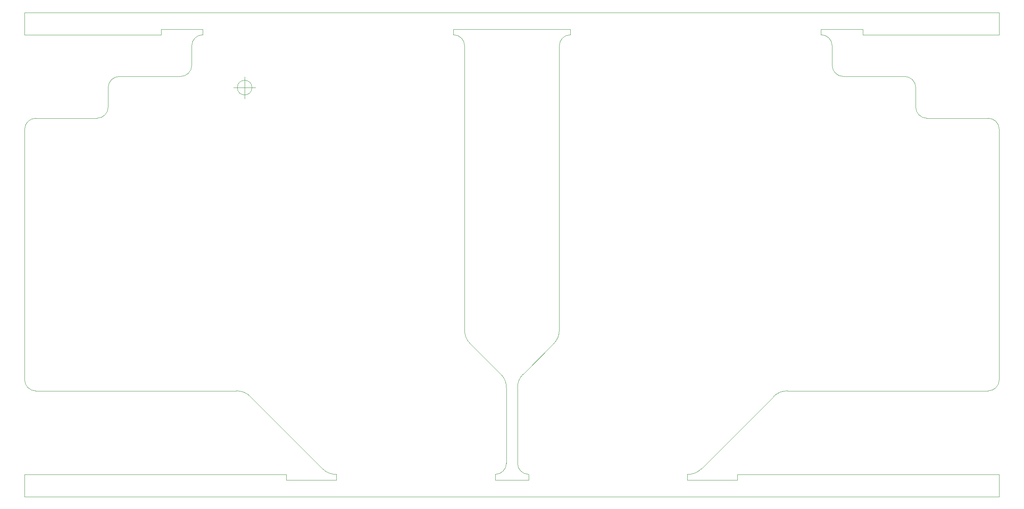
<source format=gm1>
%TF.GenerationSoftware,KiCad,Pcbnew,(6.0.6-1)-1*%
%TF.CreationDate,2022-07-19T11:22:44+08:00*%
%TF.ProjectId,34a,3334612e-6b69-4636-9164-5f7063625858,3.1*%
%TF.SameCoordinates,PX7616b68PY48ab840*%
%TF.FileFunction,Profile,NP*%
%FSLAX46Y46*%
G04 Gerber Fmt 4.6, Leading zero omitted, Abs format (unit mm)*
G04 Created by KiCad (PCBNEW (6.0.6-1)-1) date 2022-07-19 11:22:44*
%MOMM*%
%LPD*%
G01*
G04 APERTURE LIST*
%TA.AperFunction,Profile*%
%ADD10C,0.120000*%
%TD*%
G04 APERTURE END LIST*
D10*
X143510000Y-69215000D02*
X83820000Y-69215000D01*
X21590030Y-36195001D02*
G75*
G03*
X22860000Y-39370000I4175570J-171299D01*
G01*
X83820000Y-70485000D02*
X83820000Y-69215000D01*
X-7620000Y-70485000D02*
X-19050000Y-70485000D01*
X-78740000Y-69215000D02*
X-78740000Y-74295000D01*
X31114970Y-49529999D02*
G75*
G03*
X29845000Y-46355000I-4175570J171299D01*
G01*
X143510000Y36195000D02*
X143510000Y31115000D01*
X95249999Y-50165030D02*
G75*
G03*
X92075000Y-51435000I-171299J-4175570D01*
G01*
X124460000Y14605000D02*
G75*
G03*
X127000000Y12065000I2540000J0D01*
G01*
X140970000Y12065000D02*
X127000000Y12065000D01*
X-78740000Y9525000D02*
X-78740000Y-47625000D01*
X41910021Y-39370022D02*
G75*
G03*
X43180000Y-36195000I-2905621J3003722D01*
G01*
X-38100000Y31115000D02*
X-38100000Y32385000D01*
X140970000Y-50165000D02*
G75*
G03*
X143510000Y-47625000I0J2540000D01*
G01*
X19050000Y32385000D02*
X45720000Y32385000D01*
X143510000Y-47625000D02*
X143510000Y9525000D01*
X-76200000Y12065000D02*
G75*
G03*
X-78740000Y9525000I0J-2540000D01*
G01*
X105410000Y24130000D02*
X105410000Y28575000D01*
X-10795022Y-67945021D02*
G75*
G03*
X-7620000Y-69215000I3003722J2905621D01*
G01*
X143510000Y36195000D02*
X-78740000Y36195000D01*
X-7620000Y-69215000D02*
X-7620000Y-70485000D01*
X-27304978Y-51434979D02*
G75*
G03*
X-30480000Y-50165000I-3003722J-2905621D01*
G01*
X92075000Y-51435000D02*
X75565000Y-67945000D01*
X-47625000Y32385000D02*
X-47625000Y31115000D01*
X-78740000Y31115000D02*
X-78740000Y36195000D01*
X28575000Y-70485000D02*
X36195000Y-70485000D01*
X-62230000Y12065000D02*
G75*
G03*
X-59690000Y14605000I0J2540000D01*
G01*
X-43180000Y21590000D02*
X-57150000Y21590000D01*
X105410000Y28575000D02*
G75*
G03*
X102870000Y31115000I-2540000J0D01*
G01*
X95250000Y-50165000D02*
X140970000Y-50165000D01*
X112395000Y32385000D02*
X102870000Y32385000D01*
X-10795000Y-67945000D02*
X-27305000Y-51435000D01*
X-78740000Y-47625000D02*
G75*
G03*
X-76200000Y-50165000I2540000J0D01*
G01*
X-43180000Y21590000D02*
G75*
G03*
X-40640000Y24130000I0J2540000D01*
G01*
X-57150000Y21590000D02*
G75*
G03*
X-59690000Y19050000I0J-2540000D01*
G01*
X45720000Y32385000D02*
X45720000Y31115000D01*
X33655000Y-66675000D02*
G75*
G03*
X36195000Y-69215000I2540000J0D01*
G01*
X-62230000Y12065000D02*
X-76200000Y12065000D01*
X-76200000Y-50165000D02*
X-30480000Y-50165000D01*
X143510000Y9525000D02*
G75*
G03*
X140970000Y12065000I-2540000J0D01*
G01*
X-19050000Y-69215000D02*
X-19050000Y-70485000D01*
X124460000Y19050000D02*
G75*
G03*
X121920000Y21590000I-2540000J0D01*
G01*
X102870000Y32385000D02*
X102870000Y31115000D01*
X-38100000Y31115000D02*
G75*
G03*
X-40640000Y28575000I0J-2540000D01*
G01*
X34924979Y-46354978D02*
G75*
G03*
X33655000Y-49530000I2905621J-3003722D01*
G01*
X143510000Y31115000D02*
X112395000Y31115000D01*
X33655000Y-66675000D02*
X33655000Y-49530000D01*
X-38100000Y32385000D02*
X-47625000Y32385000D01*
X29845000Y-46355000D02*
X22860000Y-39370000D01*
X28575000Y-69215000D02*
X28575000Y-70485000D01*
X72390001Y-69214970D02*
G75*
G03*
X75565000Y-67945000I171299J4175570D01*
G01*
X-40640000Y28575000D02*
X-40640000Y24130000D01*
X43180000Y28575000D02*
X43180000Y-36195000D01*
X-19050000Y-69215000D02*
X-78740000Y-69215000D01*
X36195000Y-70485000D02*
X36195000Y-69215000D01*
X72390000Y-70485000D02*
X72390000Y-69215000D01*
X41910000Y-39370000D02*
X34925000Y-46355000D01*
X105410000Y24130000D02*
G75*
G03*
X107950000Y21590000I2540000J0D01*
G01*
X28575000Y-69215000D02*
G75*
G03*
X31115000Y-66675000I0J2540000D01*
G01*
X31115000Y-49530000D02*
X31115000Y-66675000D01*
X143510000Y-74295000D02*
X-78740000Y-74295000D01*
X143510000Y-74295000D02*
X143510000Y-69215000D01*
X112395000Y31115000D02*
X112395000Y32385000D01*
X-47625000Y31115000D02*
X-78740000Y31115000D01*
X45720000Y31115000D02*
G75*
G03*
X43180000Y28575000I0J-2540000D01*
G01*
X19050000Y31115000D02*
X19050000Y32385000D01*
X121920000Y21590000D02*
X107950000Y21590000D01*
X-59690000Y19050000D02*
X-59690000Y14605000D01*
X124460000Y14605000D02*
X124460000Y19050000D01*
X21590000Y-36195000D02*
X21590000Y28575000D01*
X21590000Y28575000D02*
G75*
G03*
X19050000Y31115000I-2540000J0D01*
G01*
X83820000Y-70485000D02*
X72390000Y-70485000D01*
X-26908334Y19050000D02*
G75*
G03*
X-26908334Y19050000I-1666666J0D01*
G01*
X-31075000Y19050000D02*
X-26075000Y19050000D01*
X-28575000Y21550000D02*
X-28575000Y16550000D01*
X-26908334Y19050000D02*
G75*
G03*
X-26908334Y19050000I-1666666J0D01*
G01*
X-31075000Y19050000D02*
X-26075000Y19050000D01*
X-28575000Y21550000D02*
X-28575000Y16550000D01*
M02*

</source>
